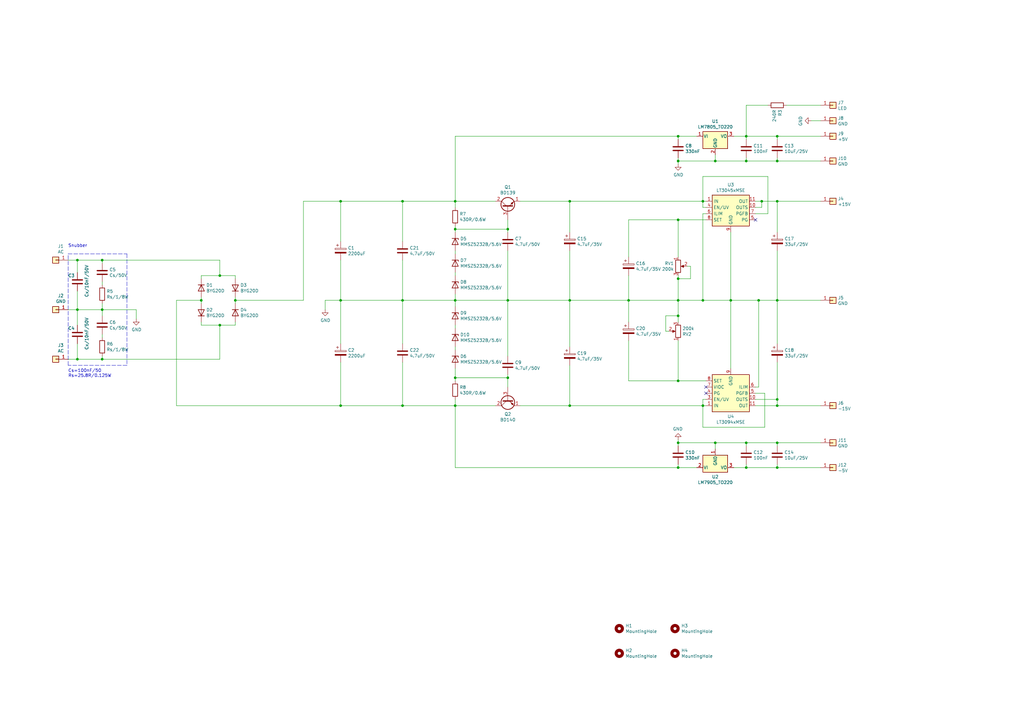
<source format=kicad_sch>
(kicad_sch (version 20211123) (generator eeschema)
  (paper "A3")
  (title_block (title "Ultra Low Noise PSU") (date "2021-10-17") (rev "v3d-3.0-MSOP-Tantal"))
  (lib_symbols
    (symbol "Connector_Generic:Conn_01x01" (pin_names (offset 1.016) hide)
      (property "Reference" "J" (at 0 2.54 0))
      (property "Value" "Conn_01x01" (at 0 -2.54 0))
      (symbol "Conn_01x01_1_1"
        (rectangle (start -1.27 0.127) (end 0 -0.127) (stroke (width 0.1524)))
        (rectangle (start -1.27 1.27) (end 1.27 -1.27) (stroke (width 0.254)) (fill (type background)))
        (pin passive line (at -5.08 0 0) (length 3.81) (name "Pin_1") (number "1"))
      )
    )
    (symbol "Device:C" (pin_numbers hide) (pin_names (offset 0.254))
      (property "Reference" "C" (at 0.635 2.54 0))
      (property "Value" "C" (at 0.635 -2.54 0))
      (symbol "C_0_1"
        (polyline (pts (xy -2.032 -0.762) (xy 2.032 -0.762)) (stroke (width 0.508)))
        (polyline (pts (xy -2.032 0.762) (xy 2.032 0.762)) (stroke (width 0.508)))
      )
      (symbol "C_1_1"
        (pin passive line (at 0 3.81 270) (length 2.794) (name "~") (number "1"))
        (pin passive line (at 0 -3.81 90) (length 2.794) (name "~") (number "2"))
      )
    )
    (symbol "Device:C_Polarized" (pin_numbers hide) (pin_names (offset 0.254))
      (property "Reference" "C" (at 0.635 2.54 0))
      (property "Value" "C_Polarized" (at 0.635 -2.54 0))
      (symbol "C_Polarized_0_1"
        (rectangle (start -2.286 0.508) (end 2.286 1.016))
        (polyline (pts (xy -1.778 2.286) (xy -0.762 2.286)))
        (polyline (pts (xy -1.27 2.794) (xy -1.27 1.778)))
        (rectangle (start 2.286 -0.508) (end -2.286 -1.016) (fill (type outline)))
      )
      (symbol "C_Polarized_1_1"
        (pin passive line (at 0 3.81 270) (length 2.794) (name "~") (number "1"))
        (pin passive line (at 0 -3.81 90) (length 2.794) (name "~") (number "2"))
      )
    )
    (symbol "Device:D" (pin_numbers hide) (pin_names (offset 1.016) hide)
      (property "Reference" "D" (at 0 2.54 0))
      (property "Value" "D" (at 0 -2.54 0))
      (symbol "D_0_1"
        (polyline (pts (xy -1.27 1.27) (xy -1.27 -1.27)) (stroke (width 0.254)))
        (polyline (pts (xy 1.27 0) (xy -1.27 0)))
        (polyline (pts (xy 1.27 1.27) (xy 1.27 -1.27) (xy -1.27 0) (xy 1.27 1.27)) (stroke (width 0.254)))
      )
      (symbol "D_1_1"
        (pin passive line (at -3.81 0 0) (length 2.54) (name "K") (number "1"))
        (pin passive line (at 3.81 0 180) (length 2.54) (name "A") (number "2"))
      )
    )
    (symbol "Device:R" (pin_numbers hide) (pin_names (offset 0))
      (property "Reference" "R" (at 2.032 0 90))
      (property "Value" "R" (at 0 0 90))
      (symbol "R_0_1"
        (rectangle (start -1.016 -2.54) (end 1.016 2.54) (stroke (width 0.254)))
      )
      (symbol "R_1_1"
        (pin passive line (at 0 3.81 270) (length 1.27) (name "~") (number "1"))
        (pin passive line (at 0 -3.81 90) (length 1.27) (name "~") (number "2"))
      )
    )
    (symbol "Device:R_Potentiometer" (pin_names (offset 1.016) hide)
      (property "Reference" "RV" (at -4.445 0 90))
      (property "Value" "R_Potentiometer" (at -2.54 0 90))
      (symbol "R_Potentiometer_0_1"
        (polyline (pts (xy 2.54 0) (xy 1.524 0)))
        (polyline (pts (xy 1.143 0) (xy 2.286 0.508) (xy 2.286 -0.508) (xy 1.143 0)) (fill (type outline)))
        (rectangle (start 1.016 2.54) (end -1.016 -2.54) (stroke (width 0.254)))
      )
      (symbol "R_Potentiometer_1_1"
        (pin passive line (at 0 3.81 270) (length 1.27) (name "1") (number "1"))
        (pin passive line (at 3.81 0 180) (length 1.27) (name "2") (number "2"))
        (pin passive line (at 0 -3.81 90) (length 1.27) (name "3") (number "3"))
      )
    )
    (symbol "Diode:Z1SMAxxx" (pin_numbers hide) (pin_names hide)
      (property "Reference" "D" (at 0 2.54 0))
      (property "Value" "Z1SMAxxx" (at 0 -2.54 0))
      (symbol "Z1SMAxxx_0_1"
        (polyline (pts (xy 1.27 0) (xy -1.27 0)))
        (polyline (pts (xy -1.27 -1.27) (xy -1.27 1.27) (xy -0.762 1.27)) (stroke (width 0.254)))
        (polyline (pts (xy 1.27 -1.27) (xy 1.27 1.27) (xy -1.27 0) (xy 1.27 -1.27)) (stroke (width 0.254)))
      )
      (symbol "Z1SMAxxx_1_1"
        (pin passive line (at -3.81 0 0) (length 2.54) (name "K") (number "1"))
        (pin passive line (at 3.81 0 180) (length 2.54) (name "A") (number "2"))
      )
    )
    (symbol "Mechanical:MountingHole" (pin_names (offset 1.016))
      (property "Reference" "H" (at 0 5.08 0))
      (property "Value" "MountingHole" (at 0 3.175 0))
      (symbol "MountingHole_0_1"
        (circle (center 0 0) (radius 1.27) (stroke (width 1.27)))
      )
    )
    (symbol "Regulator_Linear:LM7805_TO220" (pin_names (offset 0.254))
      (property "Reference" "U" (at -3.81 3.175 0))
      (property "Value" "LM7805_TO220" (at 0 3.175 0))
      (symbol "LM7805_TO220_0_1"
        (rectangle (start -5.08 1.905) (end 5.08 -5.08) (stroke (width 0.254)) (fill (type background)))
      )
      (symbol "LM7805_TO220_1_1"
        (pin power_in line (at -7.62 0 0) (length 2.54) (name "VI") (number "1"))
        (pin power_in line (at 0 -7.62 90) (length 2.54) (name "GND") (number "2"))
        (pin power_out line (at 7.62 0 180) (length 2.54) (name "VO") (number "3"))
      )
    )
    (symbol "Regulator_Linear:LM7905_TO220" (pin_names (offset 0.254))
      (property "Reference" "U" (at -3.81 -3.175 0))
      (property "Value" "LM7905_TO220" (at 0 -3.175 0))
      (symbol "LM7905_TO220_0_1"
        (rectangle (start -5.08 5.08) (end 5.08 -1.905) (stroke (width 0.254)) (fill (type background)))
      )
      (symbol "LM7905_TO220_1_1"
        (pin power_in line (at 0 7.62 270) (length 2.54) (name "GND") (number "1"))
        (pin power_in line (at -7.62 0 0) (length 2.54) (name "VI") (number "2"))
        (pin power_out line (at 7.62 0 180) (length 2.54) (name "VO") (number "3"))
      )
    )
    (symbol "Regulator_Linear:LT3045xMSE"
      (property "Reference" "U" (at -6.35 6.35 0))
      (property "Value" "LT3045xMSE" (at 1.27 6.35 0))
      (symbol "LT3045xMSE_0_1"
        (rectangle (start -7.62 5.08) (end 7.62 -7.62) (stroke (width 0.254)) (fill (type background)))
      )
      (symbol "LT3045xMSE_1_1"
        (pin power_in line (at -10.16 2.54 0) (length 2.54) (name "IN") (number "1"))
        (pin input line (at 10.16 0 180) (length 2.54) (name "OUTS") (number "10"))
        (pin power_out line (at 10.16 2.54 180) (length 2.54) (name "OUT") (number "11"))
        (pin passive line (at 10.16 2.54 180) (length 2.54) hide (name "OUT") (number "12"))
        (pin passive line (at 0 -10.16 90) (length 2.54) hide (name "GND") (number "13"))
        (pin passive line (at -10.16 2.54 0) (length 2.54) hide (name "IN") (number "2"))
        (pin passive line (at -10.16 2.54 0) (length 2.54) hide (name "IN") (number "3"))
        (pin input line (at -10.16 0 0) (length 2.54) (name "EN/UV") (number "4"))
        (pin open_collector line (at 10.16 -5.08 180) (length 2.54) (name "PG") (number "5"))
        (pin passive line (at -10.16 -2.54 0) (length 2.54) (name "ILIM") (number "6"))
        (pin input line (at 10.16 -2.54 180) (length 2.54) (name "PGFB") (number "7"))
        (pin passive line (at -10.16 -5.08 0) (length 2.54) (name "SET") (number "8"))
        (pin power_in line (at 0 -10.16 90) (length 2.54) (name "GND") (number "9"))
      )
    )
    (symbol "Regulator_Linear:LT3094xMSE"
      (property "Reference" "U" (at -6.35 8.89 0))
      (property "Value" "LT3094xMSE" (at 1.27 8.89 0))
      (symbol "LT3094xMSE_0_0"
        (pin passive line (at 10.16 5.08 180) (length 2.54) hide (name "OUT") (number "12"))
        (pin passive line (at -10.16 5.08 0) (length 2.54) hide (name "IN") (number "13"))
      )
      (symbol "LT3094xMSE_0_1"
        (rectangle (start 7.62 7.62) (end -7.62 -7.62) (stroke (width 0.254)) (fill (type background)))
      )
      (symbol "LT3094xMSE_1_1"
        (pin power_in line (at -10.16 5.08 0) (length 2.54) (name "IN") (number "1"))
        (pin input line (at 10.16 2.54 180) (length 2.54) (name "OUTS") (number "10"))
        (pin power_out line (at 10.16 5.08 180) (length 2.54) (name "OUT") (number "11"))
        (pin passive line (at -10.16 5.08 0) (length 2.54) hide (name "IN") (number "2"))
        (pin input line (at -10.16 2.54 0) (length 2.54) (name "EN/UV") (number "3"))
        (pin open_collector line (at -10.16 0 0) (length 2.54) (name "PG") (number "4"))
        (pin input line (at 10.16 0 180) (length 2.54) (name "PGFB") (number "5"))
        (pin passive line (at 10.16 -2.54 180) (length 2.54) (name "ILIM") (number "6"))
        (pin passive line (at -10.16 -2.54 0) (length 2.54) (name "VIOC") (number "7"))
        (pin passive line (at -10.16 -5.08 0) (length 2.54) (name "SET") (number "8"))
        (pin power_in line (at 0 -10.16 90) (length 2.54) (name "GND") (number "9"))
      )
    )
    (symbol "Transistor_BJT:BD139" (pin_names (offset 0) hide)
      (property "Reference" "Q" (at 5.08 1.905 0))
      (property "Value" "BD139" (at 5.08 0 0))
      (symbol "BD139_0_1"
        (polyline (pts (xy 0 0) (xy 0.635 0)))
        (polyline (pts (xy 2.54 -2.54) (xy 0.635 -0.635)))
        (polyline (pts (xy 2.54 2.54) (xy 0.635 0.635)))
        (polyline (pts (xy 0.635 1.905) (xy 0.635 -1.905) (xy 0.635 -1.905)) (stroke (width 0.508)) (fill (type outline)))
        (polyline (pts (xy 1.2446 -1.778) (xy 1.7526 -1.27) (xy 2.286 -2.286) (xy 1.2446 -1.778) (xy 1.2446 -1.778)) (fill (type outline)))
        (circle (center 1.27 0) (radius 2.8194) (stroke (width 0.3048)))
      )
      (symbol "BD139_1_1"
        (pin passive line (at 2.54 -5.08 90) (length 2.54) (name "E") (number "1"))
        (pin passive line (at 2.54 5.08 270) (length 2.54) (name "C") (number "2"))
        (pin input line (at -5.08 0 0) (length 5.08) (name "B") (number "3"))
      )
    )
    (symbol "Transistor_BJT:BD140" (pin_names (offset 0) hide)
      (property "Reference" "Q" (at 5.08 1.905 0))
      (property "Value" "BD140" (at 5.08 0 0))
      (symbol "BD140_0_1"
        (polyline (pts (xy 0 0) (xy 0.635 0)))
        (polyline (pts (xy 2.54 -2.54) (xy 0.635 -0.635)))
        (polyline (pts (xy 2.54 2.54) (xy 0.635 0.635)))
        (polyline (pts (xy 0.635 1.905) (xy 0.635 -1.905) (xy 0.635 -1.905)) (stroke (width 0.508)) (fill (type outline)))
        (polyline (pts (xy 1.778 -2.286) (xy 2.286 -1.778) (xy 1.27 -1.27) (xy 1.778 -2.286) (xy 1.778 -2.286)) (fill (type outline)))
        (circle (center 1.27 0) (radius 2.8194) (stroke (width 0.3048)))
      )
      (symbol "BD140_1_1"
        (pin passive line (at 2.54 -5.08 90) (length 2.54) (name "E") (number "1"))
        (pin passive line (at 2.54 5.08 270) (length 2.54) (name "C") (number "2"))
        (pin input line (at -5.08 0 0) (length 5.08) (name "B") (number "3"))
      )
    )
    (symbol "power:GND" (power) (pin_names (offset 0))
      (property "Value" "GND" (at 0 -3.81 0))
      (symbol "GND_0_1"
        (polyline (pts (xy 0 0) (xy 0 -1.27) (xy 1.27 -1.27) (xy 0 -2.54) (xy -1.27 -1.27) (xy 0 -1.27)))
      )
      (symbol "GND_1_1"
        (pin power_in line (at 0 0 270) (length 0) hide (name "GND") (number "1"))
      )
    )
  )
  (junction (at 257.81 123.19))
  (junction (at 165.1 166.37))
  (junction (at 306.07 191.77))
  (junction (at 306.07 55.88))
  (junction (at 41.91 147.32))
  (junction (at 318.77 181.61))
  (junction (at 278.13 191.77))
  (junction (at 41.91 127))
  (junction (at 186.69 123.19))
  (junction (at 299.72 123.19))
  (junction (at 90.17 133.35))
  (junction (at 233.68 82.55))
  (junction (at 318.77 166.37))
  (junction (at 288.29 166.37))
  (junction (at 311.15 123.19))
  (junction (at 293.37 66.04))
  (junction (at 278.13 156.21))
  (junction (at 318.77 123.19))
  (junction (at 312.42 82.55))
  (junction (at 306.07 181.61))
  (junction (at 139.7 123.19))
  (junction (at 165.1 82.55))
  (junction (at 318.77 82.55))
  (junction (at 278.13 181.61))
  (junction (at 82.55 123.19))
  (junction (at 139.7 82.55))
  (junction (at 278.13 114.3))
  (junction (at 318.77 163.83))
  (junction (at 139.7 166.37))
  (junction (at 31.75 127))
  (junction (at 208.28 154.94))
  (junction (at 278.13 55.88))
  (junction (at 31.75 106.68))
  (junction (at 318.77 191.77))
  (junction (at 318.77 66.04))
  (junction (at 31.75 147.32))
  (junction (at 233.68 166.37))
  (junction (at 306.07 66.04))
  (junction (at 288.29 82.55))
  (junction (at 288.29 123.19))
  (junction (at 186.69 166.37))
  (junction (at 278.13 129.54))
  (junction (at 278.13 66.04))
  (junction (at 318.77 55.88))
  (junction (at 41.91 106.68))
  (junction (at 233.68 123.19))
  (junction (at 96.52 123.19))
  (junction (at 293.37 181.61))
  (junction (at 278.13 123.19))
  (junction (at 278.13 90.17))
  (junction (at 165.1 123.19))
  (junction (at 90.17 113.03))
  (junction (at 186.69 82.55))
  (junction (at 186.69 93.98))
  (junction (at 208.28 123.19))
  (junction (at 208.28 93.98))
  (junction (at 186.69 154.94))
  (no_connect (at 289.56 158.75))
  (no_connect (at 309.88 90.17))
  (no_connect (at 289.56 161.29))
  (wire (pts (xy 314.96 87.63) (xy 314.96 72.39)))
  (wire (pts (xy 278.13 90.17) (xy 278.13 105.41)))
  (wire (pts (xy 203.2 82.55) (xy 186.69 82.55)))
  (wire (pts (xy 186.69 93.98) (xy 208.28 93.98)))
  (wire (pts (xy 274.32 135.89) (xy 273.05 135.89)))
  (wire (pts (xy 208.28 123.19) (xy 208.28 146.05)))
  (wire (pts (xy 318.77 66.04) (xy 336.55 66.04)))
  (wire (pts (xy 186.69 123.19) (xy 208.28 123.19)))
  (wire (pts (xy 257.81 105.41) (xy 257.81 90.17)))
  (wire (pts (xy 165.1 106.68) (xy 165.1 123.19)))
  (wire (pts (xy 306.07 181.61) (xy 293.37 181.61)))
  (wire (pts (xy 233.68 82.55) (xy 233.68 95.25)))
  (wire (pts (xy 312.42 85.09) (xy 312.42 82.55)))
  (wire (pts (xy 318.77 66.04) (xy 306.07 66.04)))
  (wire (pts (xy 208.28 154.94) (xy 208.28 158.75)))
  (wire (pts (xy 186.69 104.14) (xy 186.69 102.87)))
  (wire (pts (xy 278.13 67.31) (xy 278.13 66.04)))
  (wire (pts (xy 27.94 127) (xy 31.75 127)))
  (wire (pts (xy 186.69 82.55) (xy 165.1 82.55)))
  (wire (pts (xy 278.13 191.77) (xy 186.69 191.77)))
  (wire (pts (xy 318.77 123.19) (xy 336.55 123.19)))
  (wire (pts (xy 96.52 121.92) (xy 96.52 123.19)))
  (wire (pts (xy 186.69 154.94) (xy 208.28 154.94)))
  (wire (pts (xy 31.75 147.32) (xy 41.91 147.32)))
  (wire (pts (xy 186.69 191.77) (xy 186.69 166.37)))
  (wire (pts (xy 257.81 123.19) (xy 278.13 123.19)))
  (wire (pts (xy 306.07 181.61) (xy 318.77 181.61)))
  (wire (pts (xy 278.13 123.19) (xy 288.29 123.19)))
  (wire (pts (xy 288.29 175.26) (xy 288.29 166.37)))
  (wire (pts (xy 311.15 123.19) (xy 318.77 123.19)))
  (wire (pts (xy 186.69 55.88) (xy 278.13 55.88)))
  (wire (pts (xy 82.55 113.03) (xy 82.55 114.3)))
  (wire (pts (xy 299.72 123.19) (xy 311.15 123.19)))
  (wire (pts (xy 289.56 163.83) (xy 288.29 163.83)))
  (wire (pts (xy 41.91 127) (xy 55.88 127)))
  (wire (pts (xy 288.29 163.83) (xy 288.29 166.37)))
  (wire (pts (xy 318.77 182.88) (xy 318.77 181.61)))
  (wire (pts (xy 96.52 114.3) (xy 96.52 113.03)))
  (wire (pts (xy 306.07 66.04) (xy 306.07 64.77)))
  (wire (pts (xy 309.88 166.37) (xy 318.77 166.37)))
  (wire (pts (xy 318.77 57.15) (xy 318.77 55.88)))
  (wire (pts (xy 72.39 166.37) (xy 139.7 166.37)))
  (wire (pts (xy 257.81 90.17) (xy 278.13 90.17)))
  (wire (pts (xy 278.13 57.15) (xy 278.13 55.88)))
  (wire (pts (xy 278.13 156.21) (xy 278.13 139.7)))
  (wire (pts (xy 41.91 129.54) (xy 41.91 127)))
  (wire (pts (xy 233.68 123.19) (xy 257.81 123.19)))
  (wire (pts (xy 208.28 153.67) (xy 208.28 154.94)))
  (wire (pts (xy 90.17 106.68) (xy 90.17 113.03)))
  (wire (pts (xy 336.55 43.18) (xy 322.58 43.18)))
  (wire (pts (xy 318.77 82.55) (xy 318.77 95.25)))
  (wire (pts (xy 314.96 43.18) (xy 306.07 43.18)))
  (wire (pts (xy 31.75 111.76) (xy 31.75 106.68)))
  (wire (pts (xy 72.39 123.19) (xy 82.55 123.19)))
  (wire (pts (xy 233.68 142.24) (xy 233.68 123.19)))
  (wire (pts (xy 288.29 123.19) (xy 299.72 123.19)))
  (wire (pts (xy 293.37 181.61) (xy 278.13 181.61)))
  (wire (pts (xy 208.28 123.19) (xy 233.68 123.19)))
  (wire (pts (xy 82.55 123.19) (xy 82.55 124.46)))
  (wire (pts (xy 233.68 166.37) (xy 213.36 166.37)))
  (wire (pts (xy 278.13 55.88) (xy 285.75 55.88)))
  (wire (pts (xy 288.29 87.63) (xy 288.29 123.19)))
  (wire (pts (xy 289.56 90.17) (xy 278.13 90.17)))
  (wire (pts (xy 288.29 82.55) (xy 289.56 82.55)))
  (wire (pts (xy 31.75 127) (xy 41.91 127)))
  (wire (pts (xy 293.37 66.04) (xy 306.07 66.04)))
  (wire (pts (xy 306.07 55.88) (xy 318.77 55.88)))
  (wire (pts (xy 186.69 166.37) (xy 186.69 163.83)))
  (wire (pts (xy 278.13 191.77) (xy 278.13 190.5)))
  (wire (pts (xy 213.36 82.55) (xy 233.68 82.55)))
  (wire (pts (xy 124.46 82.55) (xy 139.7 82.55)))
  (wire (pts (xy 283.21 109.22) (xy 283.21 114.3)))
  (wire (pts (xy 96.52 113.03) (xy 90.17 113.03)))
  (wire (pts (xy 293.37 66.04) (xy 293.37 63.5)))
  (polyline (pts (xy 52.07 149.86) (xy 27.94 149.86)))
  (wire (pts (xy 281.94 109.22) (xy 283.21 109.22)))
  (wire (pts (xy 289.56 87.63) (xy 288.29 87.63)))
  (polyline (pts (xy 27.94 104.14) (xy 52.07 104.14)))
  (wire (pts (xy 186.69 125.73) (xy 186.69 123.19)))
  (wire (pts (xy 139.7 166.37) (xy 165.1 166.37)))
  (wire (pts (xy 313.69 175.26) (xy 288.29 175.26)))
  (wire (pts (xy 289.56 156.21) (xy 278.13 156.21)))
  (wire (pts (xy 257.81 113.03) (xy 257.81 123.19)))
  (wire (pts (xy 299.72 151.13) (xy 299.72 123.19)))
  (wire (pts (xy 278.13 66.04) (xy 278.13 64.77)))
  (wire (pts (xy 139.7 82.55) (xy 165.1 82.55)))
  (wire (pts (xy 165.1 123.19) (xy 186.69 123.19)))
  (polyline (pts (xy 27.94 149.86) (xy 27.94 104.14)))
  (wire (pts (xy 186.69 156.21) (xy 186.69 154.94)))
  (wire (pts (xy 186.69 95.25) (xy 186.69 93.98)))
  (wire (pts (xy 318.77 148.59) (xy 318.77 163.83)))
  (wire (pts (xy 186.69 82.55) (xy 186.69 85.09)))
  (wire (pts (xy 186.69 82.55) (xy 186.69 55.88)))
  (wire (pts (xy 288.29 85.09) (xy 288.29 82.55)))
  (wire (pts (xy 82.55 133.35) (xy 90.17 133.35)))
  (wire (pts (xy 139.7 140.97) (xy 139.7 123.19)))
  (wire (pts (xy 312.42 82.55) (xy 318.77 82.55)))
  (wire (pts (xy 41.91 138.43) (xy 41.91 137.16)))
  (wire (pts (xy 55.88 130.81) (xy 55.88 127)))
  (wire (pts (xy 288.29 166.37) (xy 289.56 166.37)))
  (wire (pts (xy 318.77 66.04) (xy 318.77 64.77)))
  (wire (pts (xy 72.39 123.19) (xy 72.39 166.37)))
  (wire (pts (xy 336.55 49.53) (xy 332.74 49.53)))
  (wire (pts (xy 318.77 102.87) (xy 318.77 123.19)))
  (wire (pts (xy 306.07 55.88) (xy 306.07 43.18)))
  (wire (pts (xy 288.29 72.39) (xy 288.29 82.55)))
  (wire (pts (xy 278.13 182.88) (xy 278.13 181.61)))
  (wire (pts (xy 336.55 82.55) (xy 318.77 82.55)))
  (polyline (pts (xy 52.07 104.14) (xy 52.07 149.86)))
  (wire (pts (xy 41.91 107.95) (xy 41.91 106.68)))
  (wire (pts (xy 82.55 121.92) (xy 82.55 123.19)))
  (wire (pts (xy 41.91 106.68) (xy 90.17 106.68)))
  (wire (pts (xy 31.75 133.35) (xy 31.75 127)))
  (wire (pts (xy 306.07 191.77) (xy 306.07 190.5)))
  (wire (pts (xy 208.28 93.98) (xy 208.28 95.25)))
  (wire (pts (xy 31.75 106.68) (xy 27.94 106.68)))
  (wire (pts (xy 233.68 102.87) (xy 233.68 123.19)))
  (wire (pts (xy 278.13 156.21) (xy 257.81 156.21)))
  (wire (pts (xy 306.07 182.88) (xy 306.07 181.61)))
  (wire (pts (xy 208.28 93.98) (xy 208.28 90.17)))
  (wire (pts (xy 186.69 154.94) (xy 186.69 151.13)))
  (wire (pts (xy 82.55 132.08) (xy 82.55 133.35)))
  (wire (pts (xy 203.2 166.37) (xy 186.69 166.37)))
  (wire (pts (xy 139.7 123.19) (xy 165.1 123.19)))
  (wire (pts (xy 318.77 191.77) (xy 306.07 191.77)))
  (wire (pts (xy 208.28 102.87) (xy 208.28 123.19)))
  (wire (pts (xy 96.52 133.35) (xy 96.52 132.08)))
  (wire (pts (xy 90.17 113.03) (xy 82.55 113.03)))
  (wire (pts (xy 309.88 82.55) (xy 312.42 82.55)))
  (wire (pts (xy 96.52 123.19) (xy 124.46 123.19)))
  (wire (pts (xy 309.88 158.75) (xy 311.15 158.75)))
  (wire (pts (xy 309.88 85.09) (xy 312.42 85.09)))
  (wire (pts (xy 289.56 85.09) (xy 288.29 85.09)))
  (wire (pts (xy 278.13 113.03) (xy 278.13 114.3)))
  (wire (pts (xy 139.7 99.06) (xy 139.7 82.55)))
  (wire (pts (xy 133.35 127) (xy 133.35 123.19)))
  (wire (pts (xy 300.99 55.88) (xy 306.07 55.88)))
  (wire (pts (xy 41.91 106.68) (xy 31.75 106.68)))
  (wire (pts (xy 283.21 114.3) (xy 278.13 114.3)))
  (wire (pts (xy 309.88 161.29) (xy 313.69 161.29)))
  (wire (pts (xy 186.69 143.51) (xy 186.69 142.24)))
  (wire (pts (xy 257.81 132.08) (xy 257.81 123.19)))
  (wire (pts (xy 318.77 55.88) (xy 336.55 55.88)))
  (wire (pts (xy 90.17 133.35) (xy 90.17 147.32)))
  (wire (pts (xy 233.68 166.37) (xy 288.29 166.37)))
  (wire (pts (xy 41.91 147.32) (xy 90.17 147.32)))
  (wire (pts (xy 31.75 140.97) (xy 31.75 147.32)))
  (wire (pts (xy 318.77 163.83) (xy 318.77 166.37)))
  (wire (pts (xy 278.13 181.61) (xy 278.13 180.34)))
  (wire (pts (xy 293.37 181.61) (xy 293.37 184.15)))
  (wire (pts (xy 278.13 129.54) (xy 278.13 123.19)))
  (wire (pts (xy 273.05 135.89) (xy 273.05 129.54)))
  (wire (pts (xy 309.88 163.83) (xy 318.77 163.83)))
  (wire (pts (xy 313.69 161.29) (xy 313.69 175.26)))
  (wire (pts (xy 318.77 191.77) (xy 336.55 191.77)))
  (wire (pts (xy 186.69 166.37) (xy 165.1 166.37)))
  (wire (pts (xy 278.13 132.08) (xy 278.13 129.54)))
  (wire (pts (xy 133.35 123.19) (xy 139.7 123.19)))
  (wire (pts (xy 186.69 113.03) (xy 186.69 111.76)))
  (wire (pts (xy 318.77 166.37) (xy 336.55 166.37)))
  (wire (pts (xy 273.05 129.54) (xy 278.13 129.54)))
  (wire (pts (xy 233.68 149.86) (xy 233.68 166.37)))
  (wire (pts (xy 318.77 191.77) (xy 318.77 190.5)))
  (wire (pts (xy 233.68 82.55) (xy 288.29 82.55)))
  (wire (pts (xy 41.91 147.32) (xy 41.91 146.05)))
  (wire (pts (xy 299.72 95.25) (xy 299.72 123.19)))
  (wire (pts (xy 186.69 134.62) (xy 186.69 133.35)))
  (wire (pts (xy 165.1 148.59) (xy 165.1 166.37)))
  (wire (pts (xy 186.69 93.98) (xy 186.69 92.71)))
  (wire (pts (xy 278.13 114.3) (xy 278.13 123.19)))
  (wire (pts (xy 311.15 158.75) (xy 311.15 123.19)))
  (wire (pts (xy 309.88 87.63) (xy 314.96 87.63)))
  (wire (pts (xy 165.1 99.06) (xy 165.1 82.55)))
  (wire (pts (xy 41.91 116.84) (xy 41.91 115.57)))
  (wire (pts (xy 293.37 66.04) (xy 278.13 66.04)))
  (wire (pts (xy 90.17 133.35) (xy 96.52 133.35)))
  (wire (pts (xy 318.77 140.97) (xy 318.77 123.19)))
  (wire (pts (xy 306.07 57.15) (xy 306.07 55.88)))
  (wire (pts (xy 257.81 139.7) (xy 257.81 156.21)))
  (wire (pts (xy 41.91 127) (xy 41.91 124.46)))
  (wire (pts (xy 285.75 191.77) (xy 278.13 191.77)))
  (wire (pts (xy 31.75 119.38) (xy 31.75 127)))
  (wire (pts (xy 314.96 72.39) (xy 288.29 72.39)))
  (wire (pts (xy 124.46 123.19) (xy 124.46 82.55)))
  (wire (pts (xy 300.99 191.77) (xy 306.07 191.77)))
  (wire (pts (xy 165.1 140.97) (xy 165.1 123.19)))
  (wire (pts (xy 139.7 106.68) (xy 139.7 123.19)))
  (wire (pts (xy 139.7 148.59) (xy 139.7 166.37)))
  (wire (pts (xy 96.52 123.19) (xy 96.52 124.46)))
  (wire (pts (xy 318.77 181.61) (xy 336.55 181.61)))
  (wire (pts (xy 27.94 147.32) (xy 31.75 147.32)))
  (wire (pts (xy 186.69 120.65) (xy 186.69 123.19)))
  (text "Snubber" (at 27.94 101.6 0) (effects (font (size 1.27 1.27)) (justify left bottom)))
  (text "Cs=100nF/50\nRs=25.8R/0.125W" (at 27.94 154.94 0) (effects (font (size 1.27 1.27)) (justify left bottom)))
  (symbol (lib_id "Connector_Generic:Conn_01x01") (at 22.86 127 180) (unit 1)
    (property "Reference" "J2" (at 24.9428 121.285 0))
    (property "Value" "GND" (at 24.9428 123.5964 0))
    (property "Footprint" "Connector_Pin:Pin_D1.3mm_L11.0mm" (effects hide))
  )
  (symbol (lib_id "Device:R_Potentiometer") (at 278.13 109.22 0) (unit 1)
    (property "Reference" "RV1" (at 276.3774 108.0516 0) (effects (justify right)))
    (property "Value" "200k" (at 276.3774 110.363 0) (effects (justify right)))
    (property "Footprint" "Potentiometer_THT:Potentiometer_Bourns_3296W_Vertical" (effects hide))
  )
  (symbol (lib_id "Mechanical:MountingHole") (at 254 257.81 0) (unit 1)
    (property "Reference" "H1" (at 256.54 256.6416 0) (effects (justify left)))
    (property "Value" "MountingHole" (at 256.54 258.953 0) (effects (justify left)))
    (property "Footprint" "MountingHole:MountingHole_3.2mm_M3" (effects hide))
  )
  (symbol (lib_id "Mechanical:MountingHole") (at 276.86 257.81 0) (unit 1)
    (property "Reference" "H3" (at 279.4 256.6416 0) (effects (justify left)))
    (property "Value" "MountingHole" (at 279.4 258.953 0) (effects (justify left)))
    (property "Footprint" "MountingHole:MountingHole_3.2mm_M3" (effects hide))
  )
  (symbol (lib_id "Mechanical:MountingHole") (at 254 267.97 0) (unit 1)
    (property "Reference" "H2" (at 256.54 266.8016 0) (effects (justify left)))
    (property "Value" "MountingHole" (at 256.54 269.113 0) (effects (justify left)))
    (property "Footprint" "MountingHole:MountingHole_3.2mm_M3" (effects hide))
  )
  (symbol (lib_id "Mechanical:MountingHole") (at 276.86 267.97 0) (unit 1)
    (property "Reference" "H4" (at 279.4 266.8016 0) (effects (justify left)))
    (property "Value" "MountingHole" (at 279.4 269.113 0) (effects (justify left)))
    (property "Footprint" "MountingHole:MountingHole_3.2mm_M3" (effects hide))
  )
  (symbol (lib_id "Connector_Generic:Conn_01x01") (at 22.86 106.68 180) (unit 1)
    (property "Reference" "J1" (at 24.9428 100.965 0))
    (property "Value" "AC" (at 24.9428 103.2764 0))
    (property "Footprint" "Connector_Pin:Pin_D1.3mm_L11.0mm" (effects hide))
  )
  (symbol (lib_id "Connector_Generic:Conn_01x01") (at 22.86 147.32 180) (unit 1)
    (property "Reference" "J3" (at 24.9428 141.605 0))
    (property "Value" "AC" (at 24.9428 143.9164 0))
    (property "Footprint" "Connector_Pin:Pin_D1.3mm_L11.0mm" (effects hide))
  )
  (symbol (lib_id "Device:C_Polarized") (at 139.7 102.87 0) (unit 1)
    (property "Reference" "C1" (at 142.6972 101.7016 0) (effects (justify left)))
    (property "Value" "2200uF" (at 142.6972 104.013 0) (effects (justify left)))
    (property "Footprint" "Capacitor_THT:CP_Radial_D16.0mm_P7.50mm" (effects hide))
  )
  (symbol (lib_id "power:GND") (at 55.88 130.81 0) (unit 1)
    (property "Reference" "#PWR01" (effects hide))
    (property "Value" "GND" (at 56.007 135.2042 0))
  )
  (symbol (lib_id "Connector_Generic:Conn_01x01") (at 341.63 123.19 0) (unit 1)
    (property "Reference" "J5" (at 343.662 122.1232 0) (effects (justify left)))
    (property "Value" "GND" (at 343.662 124.4346 0) (effects (justify left)))
    (property "Footprint" "Connector_Pin:Pin_D1.0mm_L10.0mm" (effects hide))
  )
  (symbol (lib_id "Connector_Generic:Conn_01x01") (at 341.63 82.55 0) (unit 1)
    (property "Reference" "J4" (at 343.662 81.4832 0) (effects (justify left)))
    (property "Value" "+15V" (at 343.662 83.7946 0) (effects (justify left)))
    (property "Footprint" "Connector_Pin:Pin_D1.0mm_L10.0mm" (effects hide))
  )
  (symbol (lib_id "Connector_Generic:Conn_01x01") (at 341.63 166.37 0) (unit 1)
    (property "Reference" "J6" (at 343.662 165.3032 0) (effects (justify left)))
    (property "Value" "-15V" (at 343.662 167.6146 0) (effects (justify left)))
    (property "Footprint" "Connector_Pin:Pin_D1.0mm_L10.0mm" (effects hide))
  )
  (symbol (lib_id "power:GND") (at 133.35 127 0) (unit 1)
    (property "Reference" "#PWR02" (effects hide))
    (property "Value" "GND" (at 133.477 131.3942 0))
  )
  (symbol (lib_id "Device:C_Polarized") (at 139.7 144.78 0) (unit 1)
    (property "Reference" "C2" (at 142.6972 143.6116 0) (effects (justify left)))
    (property "Value" "2200uF" (at 142.6972 145.923 0) (effects (justify left)))
    (property "Footprint" "Capacitor_THT:CP_Radial_D16.0mm_P7.50mm" (effects hide))
  )
  (symbol (lib_id "Device:R_Potentiometer") (at 278.13 135.89 180) (unit 1)
    (property "Reference" "RV2" (at 279.8826 137.0584 0) (effects (justify right)))
    (property "Value" "200k" (at 279.8826 134.747 0) (effects (justify right)))
    (property "Footprint" "Potentiometer_THT:Potentiometer_Bourns_3296W_Vertical" (effects hide))
  )
  (symbol (lib_id "Device:C") (at 278.13 60.96 0) (unit 1)
    (property "Reference" "C8" (at 281.051 59.7916 0) (effects (justify left)))
    (property "Value" "330nF" (at 281.051 62.103 0) (effects (justify left)))
    (property "Footprint" "Capacitor_SMD:C_0805_2012Metric_Pad1.18x1.45mm_HandSolder" (effects hide))
  )
  (symbol (lib_id "Device:C") (at 306.07 60.96 0) (unit 1)
    (property "Reference" "C11" (at 308.991 59.7916 0) (effects (justify left)))
    (property "Value" "100nF" (at 308.991 62.103 0) (effects (justify left)))
    (property "Footprint" "Capacitor_SMD:C_0805_2012Metric_Pad1.18x1.45mm_HandSolder" (effects hide))
  )
  (symbol (lib_id "power:GND") (at 278.13 67.31 0) (unit 1)
    (property "Reference" "#PWR03" (effects hide))
    (property "Value" "GND" (at 278.257 71.7042 0))
  )
  (symbol (lib_id "Connector_Generic:Conn_01x01") (at 341.63 55.88 0) (unit 1)
    (property "Reference" "J9" (at 343.662 54.8132 0) (effects (justify left)))
    (property "Value" "+5V" (at 343.662 57.1246 0) (effects (justify left)))
    (property "Footprint" "Connector_Pin:Pin_D1.0mm_L10.0mm" (effects hide))
  )
  (symbol (lib_id "Connector_Generic:Conn_01x01") (at 341.63 66.04 0) (unit 1)
    (property "Reference" "J10" (at 343.662 64.9732 0) (effects (justify left)))
    (property "Value" "GND" (at 343.662 67.2846 0) (effects (justify left)))
    (property "Footprint" "Connector_Pin:Pin_D1.0mm_L10.0mm" (effects hide))
  )
  (symbol (lib_id "Device:R") (at 318.77 43.18 270) (unit 1)
    (property "Reference" "R3" (at 319.9384 44.958 0) (effects (justify left)))
    (property "Value" "240R" (at 317.627 44.958 0) (effects (justify left)))
    (property "Footprint" "Resistor_SMD:R_0805_2012Metric_Pad1.20x1.40mm_HandSolder" (effects hide))
  )
  (symbol (lib_id "Connector_Generic:Conn_01x01") (at 341.63 43.18 0) (unit 1)
    (property "Reference" "J7" (at 343.662 42.1132 0) (effects (justify left)))
    (property "Value" "LED" (at 343.662 44.4246 0) (effects (justify left)))
    (property "Footprint" "Connector_Pin:Pin_D1.0mm_L10.0mm" (effects hide))
  )
  (symbol (lib_id "Connector_Generic:Conn_01x01") (at 341.63 49.53 0) (unit 1)
    (property "Reference" "J8" (at 343.662 48.4632 0) (effects (justify left)))
    (property "Value" "GND" (at 343.662 50.7746 0) (effects (justify left)))
    (property "Footprint" "Connector_Pin:Pin_D1.0mm_L10.0mm" (effects hide))
  )
  (symbol (lib_id "power:GND") (at 332.74 49.53 270) (unit 1)
    (property "Reference" "#PWR05" (effects hide))
    (property "Value" "GND" (at 328.3458 49.657 0))
  )
  (symbol (lib_id "Device:C") (at 278.13 186.69 0) (unit 1)
    (property "Reference" "C10" (at 281.051 185.5216 0) (effects (justify left)))
    (property "Value" "330nF" (at 281.051 187.833 0) (effects (justify left)))
    (property "Footprint" "Capacitor_SMD:C_0805_2012Metric_Pad1.18x1.45mm_HandSolder" (effects hide))
  )
  (symbol (lib_id "Device:C") (at 306.07 186.69 0) (unit 1)
    (property "Reference" "C12" (at 308.991 185.5216 0) (effects (justify left)))
    (property "Value" "100nF" (at 308.991 187.833 0) (effects (justify left)))
    (property "Footprint" "Capacitor_SMD:C_0805_2012Metric_Pad1.18x1.45mm_HandSolder" (effects hide))
  )
  (symbol (lib_id "power:GND") (at 278.13 180.34 180) (unit 1)
    (property "Reference" "#PWR04" (effects hide))
    (property "Value" "GND" (at 278.003 175.9458 0))
  )
  (symbol (lib_id "Connector_Generic:Conn_01x01") (at 341.63 181.61 0) (unit 1)
    (property "Reference" "J11" (at 343.662 180.5432 0) (effects (justify left)))
    (property "Value" "GND" (at 343.662 182.8546 0) (effects (justify left)))
    (property "Footprint" "Connector_Pin:Pin_D1.0mm_L10.0mm" (effects hide))
  )
  (symbol (lib_id "Connector_Generic:Conn_01x01") (at 341.63 191.77 0) (unit 1)
    (property "Reference" "J12" (at 343.662 190.7032 0) (effects (justify left)))
    (property "Value" "-5V" (at 343.662 193.0146 0) (effects (justify left)))
    (property "Footprint" "Connector_Pin:Pin_D1.0mm_L10.0mm" (effects hide))
  )
  (symbol (lib_id "Device:C_Polarized") (at 318.77 99.06 0) (unit 1)
    (property "Reference" "C17" (at 321.7672 97.8916 0) (effects (justify left)))
    (property "Value" "33uF/25V" (at 321.7672 100.203 0) (effects (justify left)))
    (property "Footprint" "Capacitor_Tantalum_SMD:CP_EIA-7343-31_Kemet-D_Pad2.25x2.55mm_HandSolder" (effects hide))
  )
  (symbol (lib_id "Device:C_Polarized") (at 318.77 144.78 0) (unit 1)
    (property "Reference" "C18" (at 321.7672 143.6116 0) (effects (justify left)))
    (property "Value" "33uF/25V" (at 321.7672 145.923 0) (effects (justify left)))
    (property "Footprint" "Capacitor_Tantalum_SMD:CP_EIA-7343-31_Kemet-D_Pad2.25x2.55mm_HandSolder" (effects hide))
  )
  (symbol (lib_id "Device:D") (at 82.55 118.11 270) (unit 1)
    (property "Reference" "D1" (at 84.582 116.9416 90) (effects (justify left)))
    (property "Value" "BYG20D" (at 84.582 119.253 90) (effects (justify left)))
    (property "Footprint" "Diode_SMD:D_SMA_Handsoldering" (effects hide))
  )
  (symbol (lib_id "Device:D") (at 82.55 128.27 90) (unit 1)
    (property "Reference" "D2" (at 84.582 127.1016 90) (effects (justify right)))
    (property "Value" "BYG20D" (at 84.582 129.413 90) (effects (justify right)))
    (property "Footprint" "Diode_SMD:D_SMA_Handsoldering" (effects hide))
  )
  (symbol (lib_id "Device:D") (at 96.52 118.11 90) (unit 1)
    (property "Reference" "D3" (at 98.552 116.9416 90) (effects (justify right)))
    (property "Value" "BYG20D" (at 98.552 119.253 90) (effects (justify right)))
    (property "Footprint" "Diode_SMD:D_SMA_Handsoldering" (effects hide))
  )
  (symbol (lib_id "Device:D") (at 96.52 128.27 270) (unit 1)
    (property "Reference" "D4" (at 98.552 127.1016 90) (effects (justify left)))
    (property "Value" "BYG20D" (at 98.552 129.413 90) (effects (justify left)))
    (property "Footprint" "Diode_SMD:D_SMA_Handsoldering" (effects hide))
  )
  (symbol (lib_id "Regulator_Linear:LM7805_TO220") (at 293.37 55.88 0) (unit 1)
    (property "Reference" "U1" (at 293.37 49.7332 0))
    (property "Value" "LM7805_TO220" (at 293.37 52.0446 0))
    (property "Footprint" "Package_TO_SOT_THT:TO-220-3_Vertical" (effects hide))
    (property "Datasheet" "https://www.onsemi.cn/PowerSolutions/document/MC7800-D.PDF" (effects hide))
  )
  (symbol (lib_id "Regulator_Linear:LM7905_TO220") (at 293.37 191.77 0) (unit 1)
    (property "Reference" "U2" (at 293.37 195.5546 0))
    (property "Value" "LM7905_TO220" (at 293.37 197.866 0))
    (property "Footprint" "Package_TO_SOT_THT:TO-220-3_Vertical" (effects hide))
    (property "Datasheet" "https://www.onsemi.com/pub/Collateral/MC7900-D.PDF" (effects hide))
  )
  (symbol (lib_id "Diode:Z1SMAxxx") (at 186.69 99.06 270) (unit 1)
    (property "Reference" "D5" (at 188.722 97.8916 90) (effects (justify left)))
    (property "Value" "MMSZ5232B/5.6V" (at 188.722 100.203 90) (effects (justify left)))
    (property "Footprint" "Diode_SMD:D_SOD-123" (effects hide))
    (property "Datasheet" "https://diotec.com/tl_files/diotec/files/pdf/datasheets/z1sma1.pdf" (effects hide))
  )
  (symbol (lib_id "Device:R") (at 186.69 88.9 0) (unit 1)
    (property "Reference" "R7" (at 188.468 87.7316 0) (effects (justify left)))
    (property "Value" "430R/0.6W" (at 188.468 90.043 0) (effects (justify left)))
    (property "Footprint" "Resistor_THT:R_Axial_DIN0207_L6.3mm_D2.5mm_P10.16mm_Horizontal" (effects hide))
  )
  (symbol (lib_id "Transistor_BJT:BD139") (at 208.28 85.09 90) (unit 1)
    (property "Reference" "Q1" (at 208.28 76.7334 90))
    (property "Value" "BD139" (at 208.28 79.0448 90))
    (property "Footprint" "Package_TO_SOT_THT:TO-126-3_Vertical" (effects hide))
    (property "Datasheet" "http://www.st.com/internet/com/TECHNICAL_RESOURCES/TECHNICAL_LITERATURE/DATASHEET/CD00001225.pdf" (effects hide))
  )
  (symbol (lib_id "Device:C") (at 208.28 99.06 0) (unit 1)
    (property "Reference" "C7" (at 211.201 97.8916 0) (effects (justify left)))
    (property "Value" "4.7uF/50V" (at 211.201 100.203 0) (effects (justify left)))
    (property "Footprint" "Capacitor_SMD:C_1206_3216Metric_Pad1.33x1.80mm_HandSolder" (effects hide))
  )
  (symbol (lib_id "Device:C") (at 31.75 115.57 0) (unit 1)
    (property "Reference" "C3" (at 27.94 113.03 0) (effects (justify left)))
    (property "Value" "Cx/10nF/50V" (at 35.56 121.92 90) (effects (justify left)))
    (property "Footprint" "Capacitor_SMD:C_0805_2012Metric_Pad1.18x1.45mm_HandSolder" (effects hide))
  )
  (symbol (lib_id "Device:C") (at 31.75 137.16 0) (unit 1)
    (property "Reference" "C4" (at 27.94 134.62 0) (effects (justify left)))
    (property "Value" "Cx/10nF/50V" (at 35.56 143.51 90) (effects (justify left)))
    (property "Footprint" "Capacitor_SMD:C_0805_2012Metric_Pad1.18x1.45mm_HandSolder" (effects hide))
  )
  (symbol (lib_id "Device:C") (at 41.91 111.76 0) (unit 1)
    (property "Reference" "C5" (at 44.831 110.5916 0) (effects (justify left)))
    (property "Value" "Cs/50V" (at 44.831 112.903 0) (effects (justify left)))
    (property "Footprint" "Capacitor_SMD:C_0805_2012Metric_Pad1.18x1.45mm_HandSolder" (effects hide))
  )
  (symbol (lib_id "Device:R") (at 41.91 120.65 0) (unit 1)
    (property "Reference" "R5" (at 43.688 119.4816 0) (effects (justify left)))
    (property "Value" "Rs/1/8W" (at 43.688 121.793 0) (effects (justify left)))
    (property "Footprint" "Resistor_SMD:R_0805_2012Metric_Pad1.20x1.40mm_HandSolder" (effects hide))
  )
  (symbol (lib_id "Device:C") (at 41.91 133.35 0) (unit 1)
    (property "Reference" "C6" (at 44.831 132.1816 0) (effects (justify left)))
    (property "Value" "Cs/50V" (at 44.831 134.493 0) (effects (justify left)))
    (property "Footprint" "Capacitor_SMD:C_0805_2012Metric_Pad1.18x1.45mm_HandSolder" (effects hide))
  )
  (symbol (lib_id "Device:R") (at 41.91 142.24 0) (unit 1)
    (property "Reference" "R6" (at 43.688 141.0716 0) (effects (justify left)))
    (property "Value" "Rs/1/8W" (at 43.688 143.383 0) (effects (justify left)))
    (property "Footprint" "Resistor_SMD:R_0805_2012Metric_Pad1.20x1.40mm_HandSolder" (effects hide))
  )
  (symbol (lib_id "Device:C") (at 318.77 60.96 0) (unit 1)
    (property "Reference" "C13" (at 321.691 59.7916 0) (effects (justify left)))
    (property "Value" "10uF/25V" (at 321.691 62.103 0) (effects (justify left)))
    (property "Footprint" "Capacitor_SMD:C_1206_3216Metric_Pad1.33x1.80mm_HandSolder" (effects hide))
  )
  (symbol (lib_id "Device:C") (at 318.77 186.69 0) (unit 1)
    (property "Reference" "C14" (at 321.691 185.5216 0) (effects (justify left)))
    (property "Value" "10uF/25V" (at 321.691 187.833 0) (effects (justify left)))
    (property "Footprint" "Capacitor_SMD:C_1206_3216Metric_Pad1.33x1.80mm_HandSolder" (effects hide))
  )
  (symbol (lib_id "Transistor_BJT:BD140") (at 208.28 163.83 90) (mirror x) (unit 1)
    (property "Reference" "Q2" (at 208.28 169.8498 90))
    (property "Value" "BD140" (at 208.28 172.1612 90))
    (property "Footprint" "Package_TO_SOT_THT:TO-126-3_Vertical" (effects hide))
    (property "Datasheet" "http://www.st.com/internet/com/TECHNICAL_RESOURCES/TECHNICAL_LITERATURE/DATASHEET/CD00001225.pdf" (effects hide))
  )
  (symbol (lib_id "Diode:Z1SMAxxx") (at 186.69 147.32 270) (unit 1)
    (property "Reference" "D6" (at 188.722 146.1516 90) (effects (justify left)))
    (property "Value" "MMSZ5232B/5.6V" (at 188.722 148.463 90) (effects (justify left)))
    (property "Footprint" "Diode_SMD:D_SOD-123" (effects hide))
    (property "Datasheet" "https://diotec.com/tl_files/diotec/files/pdf/datasheets/z1sma1.pdf" (effects hide))
  )
  (symbol (lib_id "Device:R") (at 186.69 160.02 0) (unit 1)
    (property "Reference" "R8" (at 188.468 158.8516 0) (effects (justify left)))
    (property "Value" "430R/0.6W" (at 188.468 161.163 0) (effects (justify left)))
    (property "Footprint" "Resistor_THT:R_Axial_DIN0207_L6.3mm_D2.5mm_P10.16mm_Horizontal" (effects hide))
  )
  (symbol (lib_id "Device:C") (at 208.28 149.86 0) (unit 1)
    (property "Reference" "C9" (at 211.201 148.6916 0) (effects (justify left)))
    (property "Value" "4.7uF/50V" (at 211.201 151.003 0) (effects (justify left)))
    (property "Footprint" "Capacitor_SMD:C_1206_3216Metric_Pad1.33x1.80mm_HandSolder" (effects hide))
  )
  (symbol (lib_id "Diode:Z1SMAxxx") (at 186.69 107.95 270) (unit 1)
    (property "Reference" "D7" (at 188.722 106.7816 90) (effects (justify left)))
    (property "Value" "MMSZ5232B/5.6V" (at 188.722 109.093 90) (effects (justify left)))
    (property "Footprint" "Diode_SMD:D_SOD-123" (effects hide))
    (property "Datasheet" "https://diotec.com/tl_files/diotec/files/pdf/datasheets/z1sma1.pdf" (effects hide))
  )
  (symbol (lib_id "Diode:Z1SMAxxx") (at 186.69 116.84 270) (unit 1)
    (property "Reference" "D8" (at 188.722 115.6716 90) (effects (justify left)))
    (property "Value" "MMSZ5232B/5.6V" (at 188.722 117.983 90) (effects (justify left)))
    (property "Footprint" "Diode_SMD:D_SOD-123" (effects hide))
    (property "Datasheet" "https://diotec.com/tl_files/diotec/files/pdf/datasheets/z1sma1.pdf" (effects hide))
  )
  (symbol (lib_id "Diode:Z1SMAxxx") (at 186.69 138.43 270) (unit 1)
    (property "Reference" "D10" (at 188.722 137.2616 90) (effects (justify left)))
    (property "Value" "MMSZ5232B/5.6V" (at 188.722 139.573 90) (effects (justify left)))
    (property "Footprint" "Diode_SMD:D_SOD-123" (effects hide))
    (property "Datasheet" "https://diotec.com/tl_files/diotec/files/pdf/datasheets/z1sma1.pdf" (effects hide))
  )
  (symbol (lib_id "Diode:Z1SMAxxx") (at 186.69 129.54 270) (unit 1)
    (property "Reference" "D9" (at 188.722 128.3716 90) (effects (justify left)))
    (property "Value" "MMSZ5232B/5.6V" (at 188.722 130.683 90) (effects (justify left)))
    (property "Footprint" "Diode_SMD:D_SOD-123" (effects hide))
    (property "Datasheet" "https://diotec.com/tl_files/diotec/files/pdf/datasheets/z1sma1.pdf" (effects hide))
  )
  (symbol (lib_id "Device:C_Polarized") (at 233.68 99.06 0) (unit 1)
    (property "Reference" "C15" (at 236.6772 97.8916 0) (effects (justify left)))
    (property "Value" "4.7uF/35V" (at 236.6772 100.203 0) (effects (justify left)))
    (property "Footprint" "Capacitor_Tantalum_SMD:CP_EIA-3528-15_AVX-H_Pad1.50x2.35mm_HandSolder" (effects hide))
  )
  (symbol (lib_id "Device:C_Polarized") (at 257.81 109.22 0) (unit 1)
    (property "Reference" "C16" (at 260.8072 108.0516 0) (effects (justify left)))
    (property "Value" "4.7uF/35V" (at 260.8072 110.363 0) (effects (justify left)))
    (property "Footprint" "Capacitor_Tantalum_SMD:CP_EIA-3528-15_AVX-H_Pad1.50x2.35mm_HandSolder" (effects hide))
  )
  (symbol (lib_id "Device:C_Polarized") (at 257.81 135.89 0) (unit 1)
    (property "Reference" "C20" (at 260.8072 134.7216 0) (effects (justify left)))
    (property "Value" "4.7uF/35V" (at 260.8072 137.033 0) (effects (justify left)))
    (property "Footprint" "Capacitor_Tantalum_SMD:CP_EIA-3528-15_AVX-H_Pad1.50x2.35mm_HandSolder" (effects hide))
  )
  (symbol (lib_id "Device:C_Polarized") (at 233.68 146.05 0) (unit 1)
    (property "Reference" "C19" (at 236.6772 144.8816 0) (effects (justify left)))
    (property "Value" "4.7uF/35V" (at 236.6772 147.193 0) (effects (justify left)))
    (property "Footprint" "Capacitor_Tantalum_SMD:CP_EIA-3528-15_AVX-H_Pad1.50x2.35mm_HandSolder" (effects hide))
  )
  (symbol (lib_id "Device:C") (at 165.1 102.87 0) (unit 1)
    (property "Reference" "C21" (at 168.021 101.7016 0) (effects (justify left)))
    (property "Value" "4.7uF/50V" (at 168.021 104.013 0) (effects (justify left)))
    (property "Footprint" "Capacitor_SMD:C_1206_3216Metric_Pad1.33x1.80mm_HandSolder" (effects hide))
  )
  (symbol (lib_id "Device:C") (at 165.1 144.78 0) (unit 1)
    (property "Reference" "C22" (at 168.021 143.6116 0) (effects (justify left)))
    (property "Value" "4.7uF/50V" (at 168.021 145.923 0) (effects (justify left)))
    (property "Footprint" "Capacitor_SMD:C_1206_3216Metric_Pad1.33x1.80mm_HandSolder" (effects hide))
  )
  (symbol (lib_id "Regulator_Linear:LT3045xMSE") (at 299.72 85.09 0) (unit 1)
    (property "Reference" "U3" (at 299.72 75.7682 0))
    (property "Value" "LT3045xMSE" (at 299.72 78.0796 0))
    (property "Footprint" "Package_SO:MSOP-12-1EP_3x4mm_P0.65mm_EP1.65x2.85mm" (effects hide))
    (property "Datasheet" "https://www.analog.com/media/en/technical-documentation/data-sheets/3045fa.pdf" (effects hide))
  )
  (symbol (lib_id "Regulator_Linear:LT3094xMSE") (at 299.72 161.29 0) (mirror x) (unit 1)
    (property "Reference" "U4" (at 299.72 170.815 0))
    (property "Value" "LT3094xMSE" (at 299.72 173.1264 0))
    (property "Footprint" "Package_SO:MSOP-12-1EP_3x4mm_P0.65mm_EP1.65x2.85mm" (effects hide))
    (property "Datasheet" "https://www.analog.com/media/en/technical-documentation/data-sheets/LT3094.pdf" (effects hide))
  )
)
</source>
